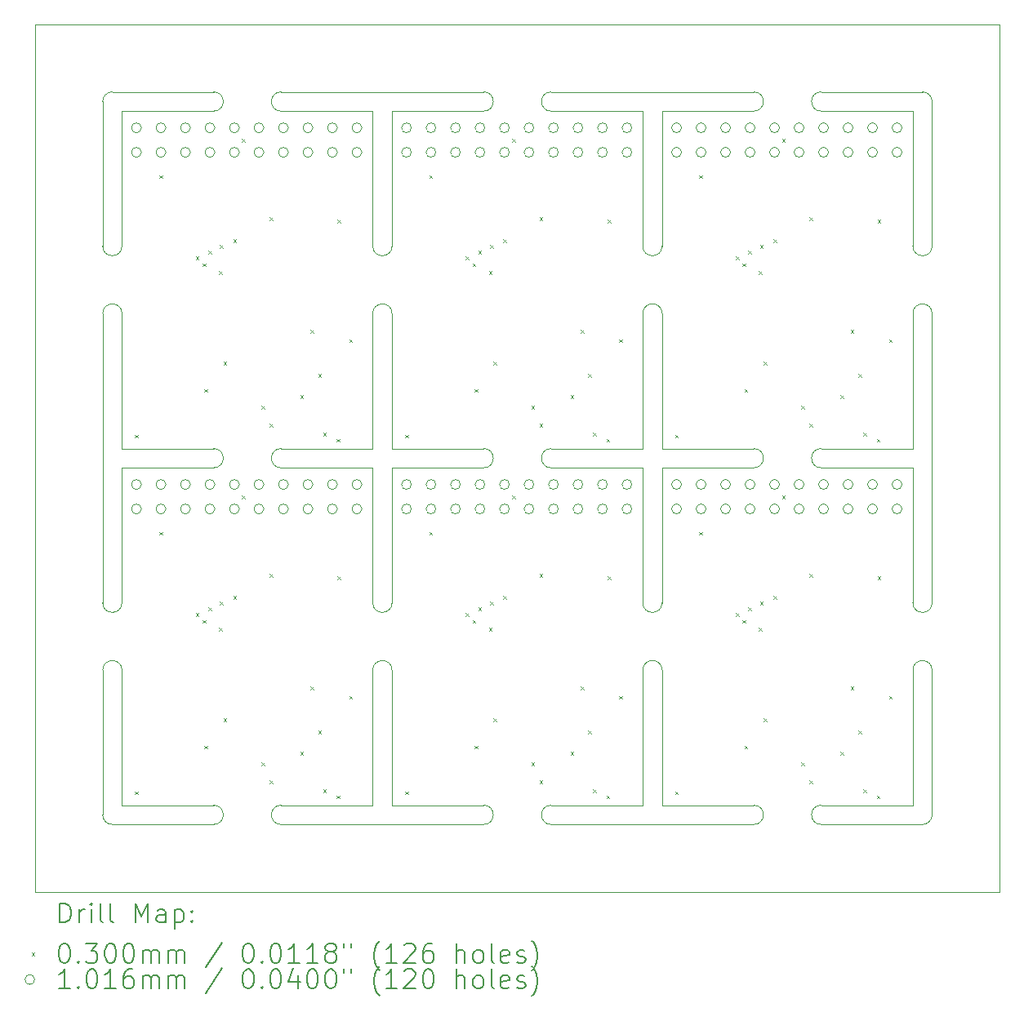
<source format=gbr>
%TF.GenerationSoftware,KiCad,Pcbnew,8.0.8*%
%TF.CreationDate,2025-02-10T00:15:04+01:00*%
%TF.ProjectId,opl3module,6f706c33-6d6f-4647-956c-652e6b696361,1.2*%
%TF.SameCoordinates,Original*%
%TF.FileFunction,Drillmap*%
%TF.FilePolarity,Positive*%
%FSLAX45Y45*%
G04 Gerber Fmt 4.5, Leading zero omitted, Abs format (unit mm)*
G04 Created by KiCad (PCBNEW 8.0.8) date 2025-02-10 00:15:04*
%MOMM*%
%LPD*%
G01*
G04 APERTURE LIST*
%ADD10C,0.100000*%
%ADD11C,0.200000*%
%ADD12C,0.101600*%
G04 APERTURE END LIST*
D10*
X5350000Y-8100000D02*
X6300000Y-8100000D01*
X700000Y-6700000D02*
X700000Y-8200000D01*
X1850000Y-700000D02*
X800000Y-700000D01*
X6500000Y-900000D02*
X7450000Y-900000D01*
X10000000Y0D02*
X10000000Y-9000000D01*
X8150000Y-4600000D02*
X9100000Y-4600000D01*
X800000Y-8300000D02*
X1850000Y-8300000D01*
X9300000Y-8200000D02*
X9300000Y-6700000D01*
X6500000Y-6000000D02*
X6500000Y-4600000D01*
X10000000Y-9000000D02*
X0Y-9000000D01*
X2550000Y-4400000D02*
X3500000Y-4400000D01*
X7450000Y-4400000D02*
X6500000Y-4400000D01*
X3700000Y-6700000D02*
X3700000Y-8100000D01*
X9100000Y-6700000D02*
X9100000Y-8100000D01*
X900000Y-4600000D02*
X1850000Y-4600000D01*
X9300000Y-6000000D02*
X9300000Y-3000000D01*
X6500000Y-4600000D02*
X7450000Y-4600000D01*
X3700000Y-6000000D02*
X3700000Y-4600000D01*
X6300000Y-4600000D02*
X6300000Y-6000000D01*
X6500000Y-6700000D02*
X6500000Y-8100000D01*
X7450000Y-700000D02*
X5350000Y-700000D01*
X4650000Y-8100000D02*
X3700000Y-8100000D01*
X5350000Y-4600000D02*
X6300000Y-4600000D01*
X6300000Y-6700000D02*
X6300000Y-8100000D01*
X2550000Y-4600000D02*
X3500000Y-4600000D01*
X6300000Y-900000D02*
X6300000Y-2300000D01*
X700000Y-800000D02*
X700000Y-2300000D01*
X8150000Y-8100000D02*
X9100000Y-8100000D01*
X3700000Y-4600000D02*
X4650000Y-4600000D01*
X3500000Y-900000D02*
X3500000Y-2300000D01*
X1850000Y-8100000D02*
X900000Y-8100000D01*
X3500000Y-3000000D02*
X3500000Y-4400000D01*
X3700000Y-900000D02*
X4650000Y-900000D01*
X9100000Y-3000000D02*
X9100000Y-4400000D01*
X7450000Y-8100000D02*
X6500000Y-8100000D01*
X3500000Y-4600000D02*
X3500000Y-6000000D01*
X8150000Y-4400000D02*
X9100000Y-4400000D01*
X6300000Y-3000000D02*
X6300000Y-4400000D01*
X6500000Y-3000000D02*
X6500000Y-4400000D01*
X2550000Y-8100000D02*
X3500000Y-8100000D01*
X4650000Y-700000D02*
X2550000Y-700000D01*
X9200000Y-700000D02*
X8150000Y-700000D01*
X5350000Y-8300000D02*
X7450000Y-8300000D01*
X8150000Y-8300000D02*
X9200000Y-8300000D01*
X9100000Y-900000D02*
X9100000Y-2300000D01*
X5350000Y-4400000D02*
X6300000Y-4400000D01*
X1850000Y-4400000D02*
X900000Y-4400000D01*
X9100000Y-4600000D02*
X9100000Y-6000000D01*
X2550000Y-900000D02*
X3500000Y-900000D01*
X3700000Y-2300000D02*
X3700000Y-900000D01*
X9300000Y-2300000D02*
X9300000Y-800000D01*
X5350000Y-900000D02*
X6300000Y-900000D01*
X900000Y-6000000D02*
X900000Y-4600000D01*
X3700000Y-3000000D02*
X3700000Y-4400000D01*
X900000Y-900000D02*
X1850000Y-900000D01*
X2550000Y-8300000D02*
X4650000Y-8300000D01*
X0Y0D02*
X0Y-9000000D01*
X4650000Y-4400000D02*
X3700000Y-4400000D01*
X900000Y-3000000D02*
X900000Y-4400000D01*
X6500000Y-2300000D02*
X6500000Y-900000D01*
X3500000Y-6700000D02*
X3500000Y-8100000D01*
X900000Y-6700000D02*
X900000Y-8100000D01*
X10000000Y0D02*
X0Y0D01*
X8150000Y-900000D02*
X9100000Y-900000D01*
X700000Y-3000000D02*
X700000Y-6000000D01*
X900000Y-2300000D02*
X900000Y-900000D01*
X9300000Y-8200000D02*
G75*
G02*
X9200000Y-8300000I-100000J0D01*
G01*
X9100000Y-3000000D02*
G75*
G02*
X9300000Y-3000000I100000J0D01*
G01*
X9300000Y-2300000D02*
G75*
G02*
X9100000Y-2300000I-100000J0D01*
G01*
X7450000Y-8100000D02*
G75*
G02*
X7450000Y-8300000I0J-100000D01*
G01*
X8150000Y-8300000D02*
G75*
G02*
X8150000Y-8100000I0J100000D01*
G01*
X6300000Y-6700000D02*
G75*
G02*
X6500000Y-6700000I100000J0D01*
G01*
X6500000Y-6000000D02*
G75*
G02*
X6300000Y-6000000I-100000J0D01*
G01*
X7450000Y-700000D02*
G75*
G02*
X7450000Y-900000I0J-100000D01*
G01*
X8150000Y-900000D02*
G75*
G02*
X8150000Y-700000I0J100000D01*
G01*
X700000Y-6700000D02*
G75*
G02*
X900000Y-6700000I100000J0D01*
G01*
X900000Y-6000000D02*
G75*
G02*
X700000Y-6000000I-100000J0D01*
G01*
X800000Y-8300000D02*
G75*
G02*
X700000Y-8200000I0J100000D01*
G01*
X1850000Y-4400000D02*
G75*
G02*
X1850000Y-4600000I0J-100000D01*
G01*
X2550000Y-4600000D02*
G75*
G02*
X2550000Y-4400000I0J100000D01*
G01*
X3500000Y-3000000D02*
G75*
G02*
X3700000Y-3000000I100000J0D01*
G01*
X3700000Y-2300000D02*
G75*
G02*
X3500000Y-2300000I-100000J0D01*
G01*
X4650000Y-4400000D02*
G75*
G02*
X4650000Y-4600000I0J-100000D01*
G01*
X5350000Y-4600000D02*
G75*
G02*
X5350000Y-4400000I0J100000D01*
G01*
X9200000Y-700000D02*
G75*
G02*
X9300000Y-800000I0J-100000D01*
G01*
X700000Y-3000000D02*
G75*
G02*
X900000Y-3000000I100000J0D01*
G01*
X900000Y-2300000D02*
G75*
G02*
X700000Y-2300000I-100000J0D01*
G01*
X7450000Y-4400000D02*
G75*
G02*
X7450000Y-4600000I0J-100000D01*
G01*
X8150000Y-4600000D02*
G75*
G02*
X8150000Y-4400000I0J100000D01*
G01*
X9100000Y-6700000D02*
G75*
G02*
X9300000Y-6700000I100000J0D01*
G01*
X9300000Y-6000000D02*
G75*
G02*
X9100000Y-6000000I-100000J0D01*
G01*
X700000Y-800000D02*
G75*
G02*
X800000Y-700000I100000J0D01*
G01*
X3500000Y-6700000D02*
G75*
G02*
X3700000Y-6700000I100000J0D01*
G01*
X3700000Y-6000000D02*
G75*
G02*
X3500000Y-6000000I-100000J0D01*
G01*
X4650000Y-700000D02*
G75*
G02*
X4650000Y-900000I0J-100000D01*
G01*
X5350000Y-900000D02*
G75*
G02*
X5350000Y-700000I0J100000D01*
G01*
X1850000Y-700000D02*
G75*
G02*
X1850000Y-900000I0J-100000D01*
G01*
X2550000Y-900000D02*
G75*
G02*
X2550000Y-700000I0J100000D01*
G01*
X1850000Y-8100000D02*
G75*
G02*
X1850000Y-8300000I0J-100000D01*
G01*
X2550000Y-8300000D02*
G75*
G02*
X2550000Y-8100000I0J100000D01*
G01*
X4650000Y-8100000D02*
G75*
G02*
X4650000Y-8300000I0J-100000D01*
G01*
X5350000Y-8300000D02*
G75*
G02*
X5350000Y-8100000I0J100000D01*
G01*
X6300000Y-3000000D02*
G75*
G02*
X6500000Y-3000000I100000J0D01*
G01*
X6500000Y-2300000D02*
G75*
G02*
X6300000Y-2300000I-100000J0D01*
G01*
D11*
D10*
X1035000Y-4258000D02*
X1065000Y-4288000D01*
X1065000Y-4258000D02*
X1035000Y-4288000D01*
X1035000Y-7958000D02*
X1065000Y-7988000D01*
X1065000Y-7958000D02*
X1035000Y-7988000D01*
X1286500Y-1564500D02*
X1316500Y-1594500D01*
X1316500Y-1564500D02*
X1286500Y-1594500D01*
X1286500Y-5264500D02*
X1316500Y-5294500D01*
X1316500Y-5264500D02*
X1286500Y-5294500D01*
X1665000Y-2408000D02*
X1695000Y-2438000D01*
X1695000Y-2408000D02*
X1665000Y-2438000D01*
X1665000Y-6108000D02*
X1695000Y-6138000D01*
X1695000Y-6108000D02*
X1665000Y-6138000D01*
X1735000Y-2478000D02*
X1765000Y-2508000D01*
X1765000Y-2478000D02*
X1735000Y-2508000D01*
X1735000Y-6178000D02*
X1765000Y-6208000D01*
X1765000Y-6178000D02*
X1735000Y-6208000D01*
X1755000Y-3785000D02*
X1785000Y-3815000D01*
X1785000Y-3785000D02*
X1755000Y-3815000D01*
X1755000Y-7485000D02*
X1785000Y-7515000D01*
X1785000Y-7485000D02*
X1755000Y-7515000D01*
X1795000Y-2348000D02*
X1825000Y-2378000D01*
X1825000Y-2348000D02*
X1795000Y-2378000D01*
X1795000Y-6048000D02*
X1825000Y-6078000D01*
X1825000Y-6048000D02*
X1795000Y-6078000D01*
X1905000Y-2558000D02*
X1935000Y-2588000D01*
X1935000Y-2558000D02*
X1905000Y-2588000D01*
X1905000Y-6258000D02*
X1935000Y-6288000D01*
X1935000Y-6258000D02*
X1905000Y-6288000D01*
X1915000Y-2288000D02*
X1945000Y-2318000D01*
X1945000Y-2288000D02*
X1915000Y-2318000D01*
X1915000Y-5988000D02*
X1945000Y-6018000D01*
X1945000Y-5988000D02*
X1915000Y-6018000D01*
X1952500Y-3500000D02*
X1982500Y-3530000D01*
X1982500Y-3500000D02*
X1952500Y-3530000D01*
X1952500Y-7200000D02*
X1982500Y-7230000D01*
X1982500Y-7200000D02*
X1952500Y-7230000D01*
X2055000Y-2228000D02*
X2085000Y-2258000D01*
X2085000Y-2228000D02*
X2055000Y-2258000D01*
X2055000Y-5928000D02*
X2085000Y-5958000D01*
X2085000Y-5928000D02*
X2055000Y-5958000D01*
X2145000Y-1188000D02*
X2175000Y-1218000D01*
X2175000Y-1188000D02*
X2145000Y-1218000D01*
X2145000Y-4888000D02*
X2175000Y-4918000D01*
X2175000Y-4888000D02*
X2145000Y-4918000D01*
X2345000Y-3955000D02*
X2375000Y-3985000D01*
X2375000Y-3955000D02*
X2345000Y-3985000D01*
X2345000Y-7655000D02*
X2375000Y-7685000D01*
X2375000Y-7655000D02*
X2345000Y-7685000D01*
X2429500Y-2002430D02*
X2459500Y-2032430D01*
X2459500Y-2002430D02*
X2429500Y-2032430D01*
X2429500Y-5702430D02*
X2459500Y-5732430D01*
X2459500Y-5702430D02*
X2429500Y-5732430D01*
X2430000Y-4145000D02*
X2460000Y-4175000D01*
X2460000Y-4145000D02*
X2430000Y-4175000D01*
X2430000Y-7845000D02*
X2460000Y-7875000D01*
X2460000Y-7845000D02*
X2430000Y-7875000D01*
X2750000Y-3845000D02*
X2780000Y-3875000D01*
X2780000Y-3845000D02*
X2750000Y-3875000D01*
X2750000Y-7545000D02*
X2780000Y-7575000D01*
X2780000Y-7545000D02*
X2750000Y-7575000D01*
X2855000Y-3168500D02*
X2885000Y-3198500D01*
X2885000Y-3168500D02*
X2855000Y-3198500D01*
X2855000Y-6868500D02*
X2885000Y-6898500D01*
X2885000Y-6868500D02*
X2855000Y-6898500D01*
X2935000Y-3625000D02*
X2965000Y-3655000D01*
X2965000Y-3625000D02*
X2935000Y-3655000D01*
X2935000Y-7325000D02*
X2965000Y-7355000D01*
X2965000Y-7325000D02*
X2935000Y-7355000D01*
X2985000Y-4235000D02*
X3015000Y-4265000D01*
X3015000Y-4235000D02*
X2985000Y-4265000D01*
X2985000Y-7935000D02*
X3015000Y-7965000D01*
X3015000Y-7935000D02*
X2985000Y-7965000D01*
X3125000Y-4298500D02*
X3155000Y-4328500D01*
X3155000Y-4298500D02*
X3125000Y-4328500D01*
X3125000Y-7998500D02*
X3155000Y-8028500D01*
X3155000Y-7998500D02*
X3125000Y-8028500D01*
X3135000Y-2028000D02*
X3165000Y-2058000D01*
X3165000Y-2028000D02*
X3135000Y-2058000D01*
X3135000Y-5728000D02*
X3165000Y-5758000D01*
X3165000Y-5728000D02*
X3135000Y-5758000D01*
X3255000Y-3268500D02*
X3285000Y-3298500D01*
X3285000Y-3268500D02*
X3255000Y-3298500D01*
X3255000Y-6968500D02*
X3285000Y-6998500D01*
X3285000Y-6968500D02*
X3255000Y-6998500D01*
X3835000Y-4258000D02*
X3865000Y-4288000D01*
X3865000Y-4258000D02*
X3835000Y-4288000D01*
X3835000Y-7958000D02*
X3865000Y-7988000D01*
X3865000Y-7958000D02*
X3835000Y-7988000D01*
X4086500Y-1564500D02*
X4116500Y-1594500D01*
X4116500Y-1564500D02*
X4086500Y-1594500D01*
X4086500Y-5264500D02*
X4116500Y-5294500D01*
X4116500Y-5264500D02*
X4086500Y-5294500D01*
X4465000Y-2408000D02*
X4495000Y-2438000D01*
X4495000Y-2408000D02*
X4465000Y-2438000D01*
X4465000Y-6108000D02*
X4495000Y-6138000D01*
X4495000Y-6108000D02*
X4465000Y-6138000D01*
X4535000Y-2478000D02*
X4565000Y-2508000D01*
X4565000Y-2478000D02*
X4535000Y-2508000D01*
X4535000Y-6178000D02*
X4565000Y-6208000D01*
X4565000Y-6178000D02*
X4535000Y-6208000D01*
X4555000Y-3785000D02*
X4585000Y-3815000D01*
X4585000Y-3785000D02*
X4555000Y-3815000D01*
X4555000Y-7485000D02*
X4585000Y-7515000D01*
X4585000Y-7485000D02*
X4555000Y-7515000D01*
X4595000Y-2348000D02*
X4625000Y-2378000D01*
X4625000Y-2348000D02*
X4595000Y-2378000D01*
X4595000Y-6048000D02*
X4625000Y-6078000D01*
X4625000Y-6048000D02*
X4595000Y-6078000D01*
X4705000Y-2558000D02*
X4735000Y-2588000D01*
X4735000Y-2558000D02*
X4705000Y-2588000D01*
X4705000Y-6258000D02*
X4735000Y-6288000D01*
X4735000Y-6258000D02*
X4705000Y-6288000D01*
X4715000Y-2288000D02*
X4745000Y-2318000D01*
X4745000Y-2288000D02*
X4715000Y-2318000D01*
X4715000Y-5988000D02*
X4745000Y-6018000D01*
X4745000Y-5988000D02*
X4715000Y-6018000D01*
X4752500Y-3500000D02*
X4782500Y-3530000D01*
X4782500Y-3500000D02*
X4752500Y-3530000D01*
X4752500Y-7200000D02*
X4782500Y-7230000D01*
X4782500Y-7200000D02*
X4752500Y-7230000D01*
X4855000Y-2228000D02*
X4885000Y-2258000D01*
X4885000Y-2228000D02*
X4855000Y-2258000D01*
X4855000Y-5928000D02*
X4885000Y-5958000D01*
X4885000Y-5928000D02*
X4855000Y-5958000D01*
X4945000Y-1188000D02*
X4975000Y-1218000D01*
X4975000Y-1188000D02*
X4945000Y-1218000D01*
X4945000Y-4888000D02*
X4975000Y-4918000D01*
X4975000Y-4888000D02*
X4945000Y-4918000D01*
X5145000Y-3955000D02*
X5175000Y-3985000D01*
X5175000Y-3955000D02*
X5145000Y-3985000D01*
X5145000Y-7655000D02*
X5175000Y-7685000D01*
X5175000Y-7655000D02*
X5145000Y-7685000D01*
X5229500Y-2002430D02*
X5259500Y-2032430D01*
X5259500Y-2002430D02*
X5229500Y-2032430D01*
X5229500Y-5702430D02*
X5259500Y-5732430D01*
X5259500Y-5702430D02*
X5229500Y-5732430D01*
X5230000Y-4145000D02*
X5260000Y-4175000D01*
X5260000Y-4145000D02*
X5230000Y-4175000D01*
X5230000Y-7845000D02*
X5260000Y-7875000D01*
X5260000Y-7845000D02*
X5230000Y-7875000D01*
X5550000Y-3845000D02*
X5580000Y-3875000D01*
X5580000Y-3845000D02*
X5550000Y-3875000D01*
X5550000Y-7545000D02*
X5580000Y-7575000D01*
X5580000Y-7545000D02*
X5550000Y-7575000D01*
X5655000Y-3168500D02*
X5685000Y-3198500D01*
X5685000Y-3168500D02*
X5655000Y-3198500D01*
X5655000Y-6868500D02*
X5685000Y-6898500D01*
X5685000Y-6868500D02*
X5655000Y-6898500D01*
X5735000Y-3625000D02*
X5765000Y-3655000D01*
X5765000Y-3625000D02*
X5735000Y-3655000D01*
X5735000Y-7325000D02*
X5765000Y-7355000D01*
X5765000Y-7325000D02*
X5735000Y-7355000D01*
X5785000Y-4235000D02*
X5815000Y-4265000D01*
X5815000Y-4235000D02*
X5785000Y-4265000D01*
X5785000Y-7935000D02*
X5815000Y-7965000D01*
X5815000Y-7935000D02*
X5785000Y-7965000D01*
X5925000Y-4298500D02*
X5955000Y-4328500D01*
X5955000Y-4298500D02*
X5925000Y-4328500D01*
X5925000Y-7998500D02*
X5955000Y-8028500D01*
X5955000Y-7998500D02*
X5925000Y-8028500D01*
X5935000Y-2028000D02*
X5965000Y-2058000D01*
X5965000Y-2028000D02*
X5935000Y-2058000D01*
X5935000Y-5728000D02*
X5965000Y-5758000D01*
X5965000Y-5728000D02*
X5935000Y-5758000D01*
X6055000Y-3268500D02*
X6085000Y-3298500D01*
X6085000Y-3268500D02*
X6055000Y-3298500D01*
X6055000Y-6968500D02*
X6085000Y-6998500D01*
X6085000Y-6968500D02*
X6055000Y-6998500D01*
X6635000Y-4258000D02*
X6665000Y-4288000D01*
X6665000Y-4258000D02*
X6635000Y-4288000D01*
X6635000Y-7958000D02*
X6665000Y-7988000D01*
X6665000Y-7958000D02*
X6635000Y-7988000D01*
X6886500Y-1564500D02*
X6916500Y-1594500D01*
X6916500Y-1564500D02*
X6886500Y-1594500D01*
X6886500Y-5264500D02*
X6916500Y-5294500D01*
X6916500Y-5264500D02*
X6886500Y-5294500D01*
X7265000Y-2408000D02*
X7295000Y-2438000D01*
X7295000Y-2408000D02*
X7265000Y-2438000D01*
X7265000Y-6108000D02*
X7295000Y-6138000D01*
X7295000Y-6108000D02*
X7265000Y-6138000D01*
X7335000Y-2478000D02*
X7365000Y-2508000D01*
X7365000Y-2478000D02*
X7335000Y-2508000D01*
X7335000Y-6178000D02*
X7365000Y-6208000D01*
X7365000Y-6178000D02*
X7335000Y-6208000D01*
X7355000Y-3785000D02*
X7385000Y-3815000D01*
X7385000Y-3785000D02*
X7355000Y-3815000D01*
X7355000Y-7485000D02*
X7385000Y-7515000D01*
X7385000Y-7485000D02*
X7355000Y-7515000D01*
X7395000Y-2348000D02*
X7425000Y-2378000D01*
X7425000Y-2348000D02*
X7395000Y-2378000D01*
X7395000Y-6048000D02*
X7425000Y-6078000D01*
X7425000Y-6048000D02*
X7395000Y-6078000D01*
X7505000Y-2558000D02*
X7535000Y-2588000D01*
X7535000Y-2558000D02*
X7505000Y-2588000D01*
X7505000Y-6258000D02*
X7535000Y-6288000D01*
X7535000Y-6258000D02*
X7505000Y-6288000D01*
X7515000Y-2288000D02*
X7545000Y-2318000D01*
X7545000Y-2288000D02*
X7515000Y-2318000D01*
X7515000Y-5988000D02*
X7545000Y-6018000D01*
X7545000Y-5988000D02*
X7515000Y-6018000D01*
X7552500Y-3500000D02*
X7582500Y-3530000D01*
X7582500Y-3500000D02*
X7552500Y-3530000D01*
X7552500Y-7200000D02*
X7582500Y-7230000D01*
X7582500Y-7200000D02*
X7552500Y-7230000D01*
X7655000Y-2228000D02*
X7685000Y-2258000D01*
X7685000Y-2228000D02*
X7655000Y-2258000D01*
X7655000Y-5928000D02*
X7685000Y-5958000D01*
X7685000Y-5928000D02*
X7655000Y-5958000D01*
X7745000Y-1188000D02*
X7775000Y-1218000D01*
X7775000Y-1188000D02*
X7745000Y-1218000D01*
X7745000Y-4888000D02*
X7775000Y-4918000D01*
X7775000Y-4888000D02*
X7745000Y-4918000D01*
X7945000Y-3955000D02*
X7975000Y-3985000D01*
X7975000Y-3955000D02*
X7945000Y-3985000D01*
X7945000Y-7655000D02*
X7975000Y-7685000D01*
X7975000Y-7655000D02*
X7945000Y-7685000D01*
X8029500Y-2002430D02*
X8059500Y-2032430D01*
X8059500Y-2002430D02*
X8029500Y-2032430D01*
X8029500Y-5702430D02*
X8059500Y-5732430D01*
X8059500Y-5702430D02*
X8029500Y-5732430D01*
X8030000Y-4145000D02*
X8060000Y-4175000D01*
X8060000Y-4145000D02*
X8030000Y-4175000D01*
X8030000Y-7845000D02*
X8060000Y-7875000D01*
X8060000Y-7845000D02*
X8030000Y-7875000D01*
X8350000Y-3845000D02*
X8380000Y-3875000D01*
X8380000Y-3845000D02*
X8350000Y-3875000D01*
X8350000Y-7545000D02*
X8380000Y-7575000D01*
X8380000Y-7545000D02*
X8350000Y-7575000D01*
X8455000Y-3168500D02*
X8485000Y-3198500D01*
X8485000Y-3168500D02*
X8455000Y-3198500D01*
X8455000Y-6868500D02*
X8485000Y-6898500D01*
X8485000Y-6868500D02*
X8455000Y-6898500D01*
X8535000Y-3625000D02*
X8565000Y-3655000D01*
X8565000Y-3625000D02*
X8535000Y-3655000D01*
X8535000Y-7325000D02*
X8565000Y-7355000D01*
X8565000Y-7325000D02*
X8535000Y-7355000D01*
X8585000Y-4235000D02*
X8615000Y-4265000D01*
X8615000Y-4235000D02*
X8585000Y-4265000D01*
X8585000Y-7935000D02*
X8615000Y-7965000D01*
X8615000Y-7935000D02*
X8585000Y-7965000D01*
X8725000Y-4298500D02*
X8755000Y-4328500D01*
X8755000Y-4298500D02*
X8725000Y-4328500D01*
X8725000Y-7998500D02*
X8755000Y-8028500D01*
X8755000Y-7998500D02*
X8725000Y-8028500D01*
X8735000Y-2028000D02*
X8765000Y-2058000D01*
X8765000Y-2028000D02*
X8735000Y-2058000D01*
X8735000Y-5728000D02*
X8765000Y-5758000D01*
X8765000Y-5728000D02*
X8735000Y-5758000D01*
X8855000Y-3268500D02*
X8885000Y-3298500D01*
X8885000Y-3268500D02*
X8855000Y-3298500D01*
X8855000Y-6968500D02*
X8885000Y-6998500D01*
X8885000Y-6968500D02*
X8855000Y-6998500D01*
D12*
X1100800Y-1073000D02*
G75*
G02*
X999200Y-1073000I-50800J0D01*
G01*
X999200Y-1073000D02*
G75*
G02*
X1100800Y-1073000I50800J0D01*
G01*
X1100800Y-1327000D02*
G75*
G02*
X999200Y-1327000I-50800J0D01*
G01*
X999200Y-1327000D02*
G75*
G02*
X1100800Y-1327000I50800J0D01*
G01*
X1100800Y-4773000D02*
G75*
G02*
X999200Y-4773000I-50800J0D01*
G01*
X999200Y-4773000D02*
G75*
G02*
X1100800Y-4773000I50800J0D01*
G01*
X1100800Y-5027000D02*
G75*
G02*
X999200Y-5027000I-50800J0D01*
G01*
X999200Y-5027000D02*
G75*
G02*
X1100800Y-5027000I50800J0D01*
G01*
X1354800Y-1073000D02*
G75*
G02*
X1253200Y-1073000I-50800J0D01*
G01*
X1253200Y-1073000D02*
G75*
G02*
X1354800Y-1073000I50800J0D01*
G01*
X1354800Y-1327000D02*
G75*
G02*
X1253200Y-1327000I-50800J0D01*
G01*
X1253200Y-1327000D02*
G75*
G02*
X1354800Y-1327000I50800J0D01*
G01*
X1354800Y-4773000D02*
G75*
G02*
X1253200Y-4773000I-50800J0D01*
G01*
X1253200Y-4773000D02*
G75*
G02*
X1354800Y-4773000I50800J0D01*
G01*
X1354800Y-5027000D02*
G75*
G02*
X1253200Y-5027000I-50800J0D01*
G01*
X1253200Y-5027000D02*
G75*
G02*
X1354800Y-5027000I50800J0D01*
G01*
X1608800Y-1073000D02*
G75*
G02*
X1507200Y-1073000I-50800J0D01*
G01*
X1507200Y-1073000D02*
G75*
G02*
X1608800Y-1073000I50800J0D01*
G01*
X1608800Y-1327000D02*
G75*
G02*
X1507200Y-1327000I-50800J0D01*
G01*
X1507200Y-1327000D02*
G75*
G02*
X1608800Y-1327000I50800J0D01*
G01*
X1608800Y-4773000D02*
G75*
G02*
X1507200Y-4773000I-50800J0D01*
G01*
X1507200Y-4773000D02*
G75*
G02*
X1608800Y-4773000I50800J0D01*
G01*
X1608800Y-5027000D02*
G75*
G02*
X1507200Y-5027000I-50800J0D01*
G01*
X1507200Y-5027000D02*
G75*
G02*
X1608800Y-5027000I50800J0D01*
G01*
X1862800Y-1073000D02*
G75*
G02*
X1761200Y-1073000I-50800J0D01*
G01*
X1761200Y-1073000D02*
G75*
G02*
X1862800Y-1073000I50800J0D01*
G01*
X1862800Y-1327000D02*
G75*
G02*
X1761200Y-1327000I-50800J0D01*
G01*
X1761200Y-1327000D02*
G75*
G02*
X1862800Y-1327000I50800J0D01*
G01*
X1862800Y-4773000D02*
G75*
G02*
X1761200Y-4773000I-50800J0D01*
G01*
X1761200Y-4773000D02*
G75*
G02*
X1862800Y-4773000I50800J0D01*
G01*
X1862800Y-5027000D02*
G75*
G02*
X1761200Y-5027000I-50800J0D01*
G01*
X1761200Y-5027000D02*
G75*
G02*
X1862800Y-5027000I50800J0D01*
G01*
X2116800Y-1073000D02*
G75*
G02*
X2015200Y-1073000I-50800J0D01*
G01*
X2015200Y-1073000D02*
G75*
G02*
X2116800Y-1073000I50800J0D01*
G01*
X2116800Y-1327000D02*
G75*
G02*
X2015200Y-1327000I-50800J0D01*
G01*
X2015200Y-1327000D02*
G75*
G02*
X2116800Y-1327000I50800J0D01*
G01*
X2116800Y-4773000D02*
G75*
G02*
X2015200Y-4773000I-50800J0D01*
G01*
X2015200Y-4773000D02*
G75*
G02*
X2116800Y-4773000I50800J0D01*
G01*
X2116800Y-5027000D02*
G75*
G02*
X2015200Y-5027000I-50800J0D01*
G01*
X2015200Y-5027000D02*
G75*
G02*
X2116800Y-5027000I50800J0D01*
G01*
X2370800Y-1073000D02*
G75*
G02*
X2269200Y-1073000I-50800J0D01*
G01*
X2269200Y-1073000D02*
G75*
G02*
X2370800Y-1073000I50800J0D01*
G01*
X2370800Y-1327000D02*
G75*
G02*
X2269200Y-1327000I-50800J0D01*
G01*
X2269200Y-1327000D02*
G75*
G02*
X2370800Y-1327000I50800J0D01*
G01*
X2370800Y-4773000D02*
G75*
G02*
X2269200Y-4773000I-50800J0D01*
G01*
X2269200Y-4773000D02*
G75*
G02*
X2370800Y-4773000I50800J0D01*
G01*
X2370800Y-5027000D02*
G75*
G02*
X2269200Y-5027000I-50800J0D01*
G01*
X2269200Y-5027000D02*
G75*
G02*
X2370800Y-5027000I50800J0D01*
G01*
X2624800Y-1073000D02*
G75*
G02*
X2523200Y-1073000I-50800J0D01*
G01*
X2523200Y-1073000D02*
G75*
G02*
X2624800Y-1073000I50800J0D01*
G01*
X2624800Y-1327000D02*
G75*
G02*
X2523200Y-1327000I-50800J0D01*
G01*
X2523200Y-1327000D02*
G75*
G02*
X2624800Y-1327000I50800J0D01*
G01*
X2624800Y-4773000D02*
G75*
G02*
X2523200Y-4773000I-50800J0D01*
G01*
X2523200Y-4773000D02*
G75*
G02*
X2624800Y-4773000I50800J0D01*
G01*
X2624800Y-5027000D02*
G75*
G02*
X2523200Y-5027000I-50800J0D01*
G01*
X2523200Y-5027000D02*
G75*
G02*
X2624800Y-5027000I50800J0D01*
G01*
X2878800Y-1073000D02*
G75*
G02*
X2777200Y-1073000I-50800J0D01*
G01*
X2777200Y-1073000D02*
G75*
G02*
X2878800Y-1073000I50800J0D01*
G01*
X2878800Y-1327000D02*
G75*
G02*
X2777200Y-1327000I-50800J0D01*
G01*
X2777200Y-1327000D02*
G75*
G02*
X2878800Y-1327000I50800J0D01*
G01*
X2878800Y-4773000D02*
G75*
G02*
X2777200Y-4773000I-50800J0D01*
G01*
X2777200Y-4773000D02*
G75*
G02*
X2878800Y-4773000I50800J0D01*
G01*
X2878800Y-5027000D02*
G75*
G02*
X2777200Y-5027000I-50800J0D01*
G01*
X2777200Y-5027000D02*
G75*
G02*
X2878800Y-5027000I50800J0D01*
G01*
X3132800Y-1073000D02*
G75*
G02*
X3031200Y-1073000I-50800J0D01*
G01*
X3031200Y-1073000D02*
G75*
G02*
X3132800Y-1073000I50800J0D01*
G01*
X3132800Y-1327000D02*
G75*
G02*
X3031200Y-1327000I-50800J0D01*
G01*
X3031200Y-1327000D02*
G75*
G02*
X3132800Y-1327000I50800J0D01*
G01*
X3132800Y-4773000D02*
G75*
G02*
X3031200Y-4773000I-50800J0D01*
G01*
X3031200Y-4773000D02*
G75*
G02*
X3132800Y-4773000I50800J0D01*
G01*
X3132800Y-5027000D02*
G75*
G02*
X3031200Y-5027000I-50800J0D01*
G01*
X3031200Y-5027000D02*
G75*
G02*
X3132800Y-5027000I50800J0D01*
G01*
X3386800Y-1073000D02*
G75*
G02*
X3285200Y-1073000I-50800J0D01*
G01*
X3285200Y-1073000D02*
G75*
G02*
X3386800Y-1073000I50800J0D01*
G01*
X3386800Y-1327000D02*
G75*
G02*
X3285200Y-1327000I-50800J0D01*
G01*
X3285200Y-1327000D02*
G75*
G02*
X3386800Y-1327000I50800J0D01*
G01*
X3386800Y-4773000D02*
G75*
G02*
X3285200Y-4773000I-50800J0D01*
G01*
X3285200Y-4773000D02*
G75*
G02*
X3386800Y-4773000I50800J0D01*
G01*
X3386800Y-5027000D02*
G75*
G02*
X3285200Y-5027000I-50800J0D01*
G01*
X3285200Y-5027000D02*
G75*
G02*
X3386800Y-5027000I50800J0D01*
G01*
X3900800Y-1073000D02*
G75*
G02*
X3799200Y-1073000I-50800J0D01*
G01*
X3799200Y-1073000D02*
G75*
G02*
X3900800Y-1073000I50800J0D01*
G01*
X3900800Y-1327000D02*
G75*
G02*
X3799200Y-1327000I-50800J0D01*
G01*
X3799200Y-1327000D02*
G75*
G02*
X3900800Y-1327000I50800J0D01*
G01*
X3900800Y-4773000D02*
G75*
G02*
X3799200Y-4773000I-50800J0D01*
G01*
X3799200Y-4773000D02*
G75*
G02*
X3900800Y-4773000I50800J0D01*
G01*
X3900800Y-5027000D02*
G75*
G02*
X3799200Y-5027000I-50800J0D01*
G01*
X3799200Y-5027000D02*
G75*
G02*
X3900800Y-5027000I50800J0D01*
G01*
X4154800Y-1073000D02*
G75*
G02*
X4053200Y-1073000I-50800J0D01*
G01*
X4053200Y-1073000D02*
G75*
G02*
X4154800Y-1073000I50800J0D01*
G01*
X4154800Y-1327000D02*
G75*
G02*
X4053200Y-1327000I-50800J0D01*
G01*
X4053200Y-1327000D02*
G75*
G02*
X4154800Y-1327000I50800J0D01*
G01*
X4154800Y-4773000D02*
G75*
G02*
X4053200Y-4773000I-50800J0D01*
G01*
X4053200Y-4773000D02*
G75*
G02*
X4154800Y-4773000I50800J0D01*
G01*
X4154800Y-5027000D02*
G75*
G02*
X4053200Y-5027000I-50800J0D01*
G01*
X4053200Y-5027000D02*
G75*
G02*
X4154800Y-5027000I50800J0D01*
G01*
X4408800Y-1073000D02*
G75*
G02*
X4307200Y-1073000I-50800J0D01*
G01*
X4307200Y-1073000D02*
G75*
G02*
X4408800Y-1073000I50800J0D01*
G01*
X4408800Y-1327000D02*
G75*
G02*
X4307200Y-1327000I-50800J0D01*
G01*
X4307200Y-1327000D02*
G75*
G02*
X4408800Y-1327000I50800J0D01*
G01*
X4408800Y-4773000D02*
G75*
G02*
X4307200Y-4773000I-50800J0D01*
G01*
X4307200Y-4773000D02*
G75*
G02*
X4408800Y-4773000I50800J0D01*
G01*
X4408800Y-5027000D02*
G75*
G02*
X4307200Y-5027000I-50800J0D01*
G01*
X4307200Y-5027000D02*
G75*
G02*
X4408800Y-5027000I50800J0D01*
G01*
X4662800Y-1073000D02*
G75*
G02*
X4561200Y-1073000I-50800J0D01*
G01*
X4561200Y-1073000D02*
G75*
G02*
X4662800Y-1073000I50800J0D01*
G01*
X4662800Y-1327000D02*
G75*
G02*
X4561200Y-1327000I-50800J0D01*
G01*
X4561200Y-1327000D02*
G75*
G02*
X4662800Y-1327000I50800J0D01*
G01*
X4662800Y-4773000D02*
G75*
G02*
X4561200Y-4773000I-50800J0D01*
G01*
X4561200Y-4773000D02*
G75*
G02*
X4662800Y-4773000I50800J0D01*
G01*
X4662800Y-5027000D02*
G75*
G02*
X4561200Y-5027000I-50800J0D01*
G01*
X4561200Y-5027000D02*
G75*
G02*
X4662800Y-5027000I50800J0D01*
G01*
X4916800Y-1073000D02*
G75*
G02*
X4815200Y-1073000I-50800J0D01*
G01*
X4815200Y-1073000D02*
G75*
G02*
X4916800Y-1073000I50800J0D01*
G01*
X4916800Y-1327000D02*
G75*
G02*
X4815200Y-1327000I-50800J0D01*
G01*
X4815200Y-1327000D02*
G75*
G02*
X4916800Y-1327000I50800J0D01*
G01*
X4916800Y-4773000D02*
G75*
G02*
X4815200Y-4773000I-50800J0D01*
G01*
X4815200Y-4773000D02*
G75*
G02*
X4916800Y-4773000I50800J0D01*
G01*
X4916800Y-5027000D02*
G75*
G02*
X4815200Y-5027000I-50800J0D01*
G01*
X4815200Y-5027000D02*
G75*
G02*
X4916800Y-5027000I50800J0D01*
G01*
X5170800Y-1073000D02*
G75*
G02*
X5069200Y-1073000I-50800J0D01*
G01*
X5069200Y-1073000D02*
G75*
G02*
X5170800Y-1073000I50800J0D01*
G01*
X5170800Y-1327000D02*
G75*
G02*
X5069200Y-1327000I-50800J0D01*
G01*
X5069200Y-1327000D02*
G75*
G02*
X5170800Y-1327000I50800J0D01*
G01*
X5170800Y-4773000D02*
G75*
G02*
X5069200Y-4773000I-50800J0D01*
G01*
X5069200Y-4773000D02*
G75*
G02*
X5170800Y-4773000I50800J0D01*
G01*
X5170800Y-5027000D02*
G75*
G02*
X5069200Y-5027000I-50800J0D01*
G01*
X5069200Y-5027000D02*
G75*
G02*
X5170800Y-5027000I50800J0D01*
G01*
X5424800Y-1073000D02*
G75*
G02*
X5323200Y-1073000I-50800J0D01*
G01*
X5323200Y-1073000D02*
G75*
G02*
X5424800Y-1073000I50800J0D01*
G01*
X5424800Y-1327000D02*
G75*
G02*
X5323200Y-1327000I-50800J0D01*
G01*
X5323200Y-1327000D02*
G75*
G02*
X5424800Y-1327000I50800J0D01*
G01*
X5424800Y-4773000D02*
G75*
G02*
X5323200Y-4773000I-50800J0D01*
G01*
X5323200Y-4773000D02*
G75*
G02*
X5424800Y-4773000I50800J0D01*
G01*
X5424800Y-5027000D02*
G75*
G02*
X5323200Y-5027000I-50800J0D01*
G01*
X5323200Y-5027000D02*
G75*
G02*
X5424800Y-5027000I50800J0D01*
G01*
X5678800Y-1073000D02*
G75*
G02*
X5577200Y-1073000I-50800J0D01*
G01*
X5577200Y-1073000D02*
G75*
G02*
X5678800Y-1073000I50800J0D01*
G01*
X5678800Y-1327000D02*
G75*
G02*
X5577200Y-1327000I-50800J0D01*
G01*
X5577200Y-1327000D02*
G75*
G02*
X5678800Y-1327000I50800J0D01*
G01*
X5678800Y-4773000D02*
G75*
G02*
X5577200Y-4773000I-50800J0D01*
G01*
X5577200Y-4773000D02*
G75*
G02*
X5678800Y-4773000I50800J0D01*
G01*
X5678800Y-5027000D02*
G75*
G02*
X5577200Y-5027000I-50800J0D01*
G01*
X5577200Y-5027000D02*
G75*
G02*
X5678800Y-5027000I50800J0D01*
G01*
X5932800Y-1073000D02*
G75*
G02*
X5831200Y-1073000I-50800J0D01*
G01*
X5831200Y-1073000D02*
G75*
G02*
X5932800Y-1073000I50800J0D01*
G01*
X5932800Y-1327000D02*
G75*
G02*
X5831200Y-1327000I-50800J0D01*
G01*
X5831200Y-1327000D02*
G75*
G02*
X5932800Y-1327000I50800J0D01*
G01*
X5932800Y-4773000D02*
G75*
G02*
X5831200Y-4773000I-50800J0D01*
G01*
X5831200Y-4773000D02*
G75*
G02*
X5932800Y-4773000I50800J0D01*
G01*
X5932800Y-5027000D02*
G75*
G02*
X5831200Y-5027000I-50800J0D01*
G01*
X5831200Y-5027000D02*
G75*
G02*
X5932800Y-5027000I50800J0D01*
G01*
X6186800Y-1073000D02*
G75*
G02*
X6085200Y-1073000I-50800J0D01*
G01*
X6085200Y-1073000D02*
G75*
G02*
X6186800Y-1073000I50800J0D01*
G01*
X6186800Y-1327000D02*
G75*
G02*
X6085200Y-1327000I-50800J0D01*
G01*
X6085200Y-1327000D02*
G75*
G02*
X6186800Y-1327000I50800J0D01*
G01*
X6186800Y-4773000D02*
G75*
G02*
X6085200Y-4773000I-50800J0D01*
G01*
X6085200Y-4773000D02*
G75*
G02*
X6186800Y-4773000I50800J0D01*
G01*
X6186800Y-5027000D02*
G75*
G02*
X6085200Y-5027000I-50800J0D01*
G01*
X6085200Y-5027000D02*
G75*
G02*
X6186800Y-5027000I50800J0D01*
G01*
X6700800Y-1073000D02*
G75*
G02*
X6599200Y-1073000I-50800J0D01*
G01*
X6599200Y-1073000D02*
G75*
G02*
X6700800Y-1073000I50800J0D01*
G01*
X6700800Y-1327000D02*
G75*
G02*
X6599200Y-1327000I-50800J0D01*
G01*
X6599200Y-1327000D02*
G75*
G02*
X6700800Y-1327000I50800J0D01*
G01*
X6700800Y-4773000D02*
G75*
G02*
X6599200Y-4773000I-50800J0D01*
G01*
X6599200Y-4773000D02*
G75*
G02*
X6700800Y-4773000I50800J0D01*
G01*
X6700800Y-5027000D02*
G75*
G02*
X6599200Y-5027000I-50800J0D01*
G01*
X6599200Y-5027000D02*
G75*
G02*
X6700800Y-5027000I50800J0D01*
G01*
X6954800Y-1073000D02*
G75*
G02*
X6853200Y-1073000I-50800J0D01*
G01*
X6853200Y-1073000D02*
G75*
G02*
X6954800Y-1073000I50800J0D01*
G01*
X6954800Y-1327000D02*
G75*
G02*
X6853200Y-1327000I-50800J0D01*
G01*
X6853200Y-1327000D02*
G75*
G02*
X6954800Y-1327000I50800J0D01*
G01*
X6954800Y-4773000D02*
G75*
G02*
X6853200Y-4773000I-50800J0D01*
G01*
X6853200Y-4773000D02*
G75*
G02*
X6954800Y-4773000I50800J0D01*
G01*
X6954800Y-5027000D02*
G75*
G02*
X6853200Y-5027000I-50800J0D01*
G01*
X6853200Y-5027000D02*
G75*
G02*
X6954800Y-5027000I50800J0D01*
G01*
X7208800Y-1073000D02*
G75*
G02*
X7107200Y-1073000I-50800J0D01*
G01*
X7107200Y-1073000D02*
G75*
G02*
X7208800Y-1073000I50800J0D01*
G01*
X7208800Y-1327000D02*
G75*
G02*
X7107200Y-1327000I-50800J0D01*
G01*
X7107200Y-1327000D02*
G75*
G02*
X7208800Y-1327000I50800J0D01*
G01*
X7208800Y-4773000D02*
G75*
G02*
X7107200Y-4773000I-50800J0D01*
G01*
X7107200Y-4773000D02*
G75*
G02*
X7208800Y-4773000I50800J0D01*
G01*
X7208800Y-5027000D02*
G75*
G02*
X7107200Y-5027000I-50800J0D01*
G01*
X7107200Y-5027000D02*
G75*
G02*
X7208800Y-5027000I50800J0D01*
G01*
X7462800Y-1073000D02*
G75*
G02*
X7361200Y-1073000I-50800J0D01*
G01*
X7361200Y-1073000D02*
G75*
G02*
X7462800Y-1073000I50800J0D01*
G01*
X7462800Y-1327000D02*
G75*
G02*
X7361200Y-1327000I-50800J0D01*
G01*
X7361200Y-1327000D02*
G75*
G02*
X7462800Y-1327000I50800J0D01*
G01*
X7462800Y-4773000D02*
G75*
G02*
X7361200Y-4773000I-50800J0D01*
G01*
X7361200Y-4773000D02*
G75*
G02*
X7462800Y-4773000I50800J0D01*
G01*
X7462800Y-5027000D02*
G75*
G02*
X7361200Y-5027000I-50800J0D01*
G01*
X7361200Y-5027000D02*
G75*
G02*
X7462800Y-5027000I50800J0D01*
G01*
X7716800Y-1073000D02*
G75*
G02*
X7615200Y-1073000I-50800J0D01*
G01*
X7615200Y-1073000D02*
G75*
G02*
X7716800Y-1073000I50800J0D01*
G01*
X7716800Y-1327000D02*
G75*
G02*
X7615200Y-1327000I-50800J0D01*
G01*
X7615200Y-1327000D02*
G75*
G02*
X7716800Y-1327000I50800J0D01*
G01*
X7716800Y-4773000D02*
G75*
G02*
X7615200Y-4773000I-50800J0D01*
G01*
X7615200Y-4773000D02*
G75*
G02*
X7716800Y-4773000I50800J0D01*
G01*
X7716800Y-5027000D02*
G75*
G02*
X7615200Y-5027000I-50800J0D01*
G01*
X7615200Y-5027000D02*
G75*
G02*
X7716800Y-5027000I50800J0D01*
G01*
X7970800Y-1073000D02*
G75*
G02*
X7869200Y-1073000I-50800J0D01*
G01*
X7869200Y-1073000D02*
G75*
G02*
X7970800Y-1073000I50800J0D01*
G01*
X7970800Y-1327000D02*
G75*
G02*
X7869200Y-1327000I-50800J0D01*
G01*
X7869200Y-1327000D02*
G75*
G02*
X7970800Y-1327000I50800J0D01*
G01*
X7970800Y-4773000D02*
G75*
G02*
X7869200Y-4773000I-50800J0D01*
G01*
X7869200Y-4773000D02*
G75*
G02*
X7970800Y-4773000I50800J0D01*
G01*
X7970800Y-5027000D02*
G75*
G02*
X7869200Y-5027000I-50800J0D01*
G01*
X7869200Y-5027000D02*
G75*
G02*
X7970800Y-5027000I50800J0D01*
G01*
X8224800Y-1073000D02*
G75*
G02*
X8123200Y-1073000I-50800J0D01*
G01*
X8123200Y-1073000D02*
G75*
G02*
X8224800Y-1073000I50800J0D01*
G01*
X8224800Y-1327000D02*
G75*
G02*
X8123200Y-1327000I-50800J0D01*
G01*
X8123200Y-1327000D02*
G75*
G02*
X8224800Y-1327000I50800J0D01*
G01*
X8224800Y-4773000D02*
G75*
G02*
X8123200Y-4773000I-50800J0D01*
G01*
X8123200Y-4773000D02*
G75*
G02*
X8224800Y-4773000I50800J0D01*
G01*
X8224800Y-5027000D02*
G75*
G02*
X8123200Y-5027000I-50800J0D01*
G01*
X8123200Y-5027000D02*
G75*
G02*
X8224800Y-5027000I50800J0D01*
G01*
X8478800Y-1073000D02*
G75*
G02*
X8377200Y-1073000I-50800J0D01*
G01*
X8377200Y-1073000D02*
G75*
G02*
X8478800Y-1073000I50800J0D01*
G01*
X8478800Y-1327000D02*
G75*
G02*
X8377200Y-1327000I-50800J0D01*
G01*
X8377200Y-1327000D02*
G75*
G02*
X8478800Y-1327000I50800J0D01*
G01*
X8478800Y-4773000D02*
G75*
G02*
X8377200Y-4773000I-50800J0D01*
G01*
X8377200Y-4773000D02*
G75*
G02*
X8478800Y-4773000I50800J0D01*
G01*
X8478800Y-5027000D02*
G75*
G02*
X8377200Y-5027000I-50800J0D01*
G01*
X8377200Y-5027000D02*
G75*
G02*
X8478800Y-5027000I50800J0D01*
G01*
X8732800Y-1073000D02*
G75*
G02*
X8631200Y-1073000I-50800J0D01*
G01*
X8631200Y-1073000D02*
G75*
G02*
X8732800Y-1073000I50800J0D01*
G01*
X8732800Y-1327000D02*
G75*
G02*
X8631200Y-1327000I-50800J0D01*
G01*
X8631200Y-1327000D02*
G75*
G02*
X8732800Y-1327000I50800J0D01*
G01*
X8732800Y-4773000D02*
G75*
G02*
X8631200Y-4773000I-50800J0D01*
G01*
X8631200Y-4773000D02*
G75*
G02*
X8732800Y-4773000I50800J0D01*
G01*
X8732800Y-5027000D02*
G75*
G02*
X8631200Y-5027000I-50800J0D01*
G01*
X8631200Y-5027000D02*
G75*
G02*
X8732800Y-5027000I50800J0D01*
G01*
X8986800Y-1073000D02*
G75*
G02*
X8885200Y-1073000I-50800J0D01*
G01*
X8885200Y-1073000D02*
G75*
G02*
X8986800Y-1073000I50800J0D01*
G01*
X8986800Y-1327000D02*
G75*
G02*
X8885200Y-1327000I-50800J0D01*
G01*
X8885200Y-1327000D02*
G75*
G02*
X8986800Y-1327000I50800J0D01*
G01*
X8986800Y-4773000D02*
G75*
G02*
X8885200Y-4773000I-50800J0D01*
G01*
X8885200Y-4773000D02*
G75*
G02*
X8986800Y-4773000I50800J0D01*
G01*
X8986800Y-5027000D02*
G75*
G02*
X8885200Y-5027000I-50800J0D01*
G01*
X8885200Y-5027000D02*
G75*
G02*
X8986800Y-5027000I50800J0D01*
G01*
D11*
X255777Y-9316484D02*
X255777Y-9116484D01*
X255777Y-9116484D02*
X303396Y-9116484D01*
X303396Y-9116484D02*
X331967Y-9126008D01*
X331967Y-9126008D02*
X351015Y-9145055D01*
X351015Y-9145055D02*
X360539Y-9164103D01*
X360539Y-9164103D02*
X370062Y-9202198D01*
X370062Y-9202198D02*
X370062Y-9230770D01*
X370062Y-9230770D02*
X360539Y-9268865D01*
X360539Y-9268865D02*
X351015Y-9287912D01*
X351015Y-9287912D02*
X331967Y-9306960D01*
X331967Y-9306960D02*
X303396Y-9316484D01*
X303396Y-9316484D02*
X255777Y-9316484D01*
X455777Y-9316484D02*
X455777Y-9183150D01*
X455777Y-9221246D02*
X465301Y-9202198D01*
X465301Y-9202198D02*
X474824Y-9192674D01*
X474824Y-9192674D02*
X493872Y-9183150D01*
X493872Y-9183150D02*
X512920Y-9183150D01*
X579586Y-9316484D02*
X579586Y-9183150D01*
X579586Y-9116484D02*
X570063Y-9126008D01*
X570063Y-9126008D02*
X579586Y-9135531D01*
X579586Y-9135531D02*
X589110Y-9126008D01*
X589110Y-9126008D02*
X579586Y-9116484D01*
X579586Y-9116484D02*
X579586Y-9135531D01*
X703396Y-9316484D02*
X684348Y-9306960D01*
X684348Y-9306960D02*
X674824Y-9287912D01*
X674824Y-9287912D02*
X674824Y-9116484D01*
X808158Y-9316484D02*
X789110Y-9306960D01*
X789110Y-9306960D02*
X779586Y-9287912D01*
X779586Y-9287912D02*
X779586Y-9116484D01*
X1036729Y-9316484D02*
X1036729Y-9116484D01*
X1036729Y-9116484D02*
X1103396Y-9259341D01*
X1103396Y-9259341D02*
X1170063Y-9116484D01*
X1170063Y-9116484D02*
X1170063Y-9316484D01*
X1351015Y-9316484D02*
X1351015Y-9211722D01*
X1351015Y-9211722D02*
X1341491Y-9192674D01*
X1341491Y-9192674D02*
X1322444Y-9183150D01*
X1322444Y-9183150D02*
X1284348Y-9183150D01*
X1284348Y-9183150D02*
X1265301Y-9192674D01*
X1351015Y-9306960D02*
X1331967Y-9316484D01*
X1331967Y-9316484D02*
X1284348Y-9316484D01*
X1284348Y-9316484D02*
X1265301Y-9306960D01*
X1265301Y-9306960D02*
X1255777Y-9287912D01*
X1255777Y-9287912D02*
X1255777Y-9268865D01*
X1255777Y-9268865D02*
X1265301Y-9249817D01*
X1265301Y-9249817D02*
X1284348Y-9240293D01*
X1284348Y-9240293D02*
X1331967Y-9240293D01*
X1331967Y-9240293D02*
X1351015Y-9230770D01*
X1446253Y-9183150D02*
X1446253Y-9383150D01*
X1446253Y-9192674D02*
X1465301Y-9183150D01*
X1465301Y-9183150D02*
X1503396Y-9183150D01*
X1503396Y-9183150D02*
X1522443Y-9192674D01*
X1522443Y-9192674D02*
X1531967Y-9202198D01*
X1531967Y-9202198D02*
X1541491Y-9221246D01*
X1541491Y-9221246D02*
X1541491Y-9278389D01*
X1541491Y-9278389D02*
X1531967Y-9297436D01*
X1531967Y-9297436D02*
X1522443Y-9306960D01*
X1522443Y-9306960D02*
X1503396Y-9316484D01*
X1503396Y-9316484D02*
X1465301Y-9316484D01*
X1465301Y-9316484D02*
X1446253Y-9306960D01*
X1627205Y-9297436D02*
X1636729Y-9306960D01*
X1636729Y-9306960D02*
X1627205Y-9316484D01*
X1627205Y-9316484D02*
X1617682Y-9306960D01*
X1617682Y-9306960D02*
X1627205Y-9297436D01*
X1627205Y-9297436D02*
X1627205Y-9316484D01*
X1627205Y-9192674D02*
X1636729Y-9202198D01*
X1636729Y-9202198D02*
X1627205Y-9211722D01*
X1627205Y-9211722D02*
X1617682Y-9202198D01*
X1617682Y-9202198D02*
X1627205Y-9192674D01*
X1627205Y-9192674D02*
X1627205Y-9211722D01*
D10*
X-35000Y-9630000D02*
X-5000Y-9660000D01*
X-5000Y-9630000D02*
X-35000Y-9660000D01*
D11*
X293872Y-9536484D02*
X312920Y-9536484D01*
X312920Y-9536484D02*
X331967Y-9546008D01*
X331967Y-9546008D02*
X341491Y-9555531D01*
X341491Y-9555531D02*
X351015Y-9574579D01*
X351015Y-9574579D02*
X360539Y-9612674D01*
X360539Y-9612674D02*
X360539Y-9660293D01*
X360539Y-9660293D02*
X351015Y-9698389D01*
X351015Y-9698389D02*
X341491Y-9717436D01*
X341491Y-9717436D02*
X331967Y-9726960D01*
X331967Y-9726960D02*
X312920Y-9736484D01*
X312920Y-9736484D02*
X293872Y-9736484D01*
X293872Y-9736484D02*
X274824Y-9726960D01*
X274824Y-9726960D02*
X265301Y-9717436D01*
X265301Y-9717436D02*
X255777Y-9698389D01*
X255777Y-9698389D02*
X246253Y-9660293D01*
X246253Y-9660293D02*
X246253Y-9612674D01*
X246253Y-9612674D02*
X255777Y-9574579D01*
X255777Y-9574579D02*
X265301Y-9555531D01*
X265301Y-9555531D02*
X274824Y-9546008D01*
X274824Y-9546008D02*
X293872Y-9536484D01*
X446253Y-9717436D02*
X455777Y-9726960D01*
X455777Y-9726960D02*
X446253Y-9736484D01*
X446253Y-9736484D02*
X436729Y-9726960D01*
X436729Y-9726960D02*
X446253Y-9717436D01*
X446253Y-9717436D02*
X446253Y-9736484D01*
X522443Y-9536484D02*
X646253Y-9536484D01*
X646253Y-9536484D02*
X579586Y-9612674D01*
X579586Y-9612674D02*
X608158Y-9612674D01*
X608158Y-9612674D02*
X627205Y-9622198D01*
X627205Y-9622198D02*
X636729Y-9631722D01*
X636729Y-9631722D02*
X646253Y-9650770D01*
X646253Y-9650770D02*
X646253Y-9698389D01*
X646253Y-9698389D02*
X636729Y-9717436D01*
X636729Y-9717436D02*
X627205Y-9726960D01*
X627205Y-9726960D02*
X608158Y-9736484D01*
X608158Y-9736484D02*
X551015Y-9736484D01*
X551015Y-9736484D02*
X531967Y-9726960D01*
X531967Y-9726960D02*
X522443Y-9717436D01*
X770062Y-9536484D02*
X789110Y-9536484D01*
X789110Y-9536484D02*
X808158Y-9546008D01*
X808158Y-9546008D02*
X817682Y-9555531D01*
X817682Y-9555531D02*
X827205Y-9574579D01*
X827205Y-9574579D02*
X836729Y-9612674D01*
X836729Y-9612674D02*
X836729Y-9660293D01*
X836729Y-9660293D02*
X827205Y-9698389D01*
X827205Y-9698389D02*
X817682Y-9717436D01*
X817682Y-9717436D02*
X808158Y-9726960D01*
X808158Y-9726960D02*
X789110Y-9736484D01*
X789110Y-9736484D02*
X770062Y-9736484D01*
X770062Y-9736484D02*
X751015Y-9726960D01*
X751015Y-9726960D02*
X741491Y-9717436D01*
X741491Y-9717436D02*
X731967Y-9698389D01*
X731967Y-9698389D02*
X722443Y-9660293D01*
X722443Y-9660293D02*
X722443Y-9612674D01*
X722443Y-9612674D02*
X731967Y-9574579D01*
X731967Y-9574579D02*
X741491Y-9555531D01*
X741491Y-9555531D02*
X751015Y-9546008D01*
X751015Y-9546008D02*
X770062Y-9536484D01*
X960539Y-9536484D02*
X979586Y-9536484D01*
X979586Y-9536484D02*
X998634Y-9546008D01*
X998634Y-9546008D02*
X1008158Y-9555531D01*
X1008158Y-9555531D02*
X1017682Y-9574579D01*
X1017682Y-9574579D02*
X1027205Y-9612674D01*
X1027205Y-9612674D02*
X1027205Y-9660293D01*
X1027205Y-9660293D02*
X1017682Y-9698389D01*
X1017682Y-9698389D02*
X1008158Y-9717436D01*
X1008158Y-9717436D02*
X998634Y-9726960D01*
X998634Y-9726960D02*
X979586Y-9736484D01*
X979586Y-9736484D02*
X960539Y-9736484D01*
X960539Y-9736484D02*
X941491Y-9726960D01*
X941491Y-9726960D02*
X931967Y-9717436D01*
X931967Y-9717436D02*
X922443Y-9698389D01*
X922443Y-9698389D02*
X912920Y-9660293D01*
X912920Y-9660293D02*
X912920Y-9612674D01*
X912920Y-9612674D02*
X922443Y-9574579D01*
X922443Y-9574579D02*
X931967Y-9555531D01*
X931967Y-9555531D02*
X941491Y-9546008D01*
X941491Y-9546008D02*
X960539Y-9536484D01*
X1112920Y-9736484D02*
X1112920Y-9603150D01*
X1112920Y-9622198D02*
X1122444Y-9612674D01*
X1122444Y-9612674D02*
X1141491Y-9603150D01*
X1141491Y-9603150D02*
X1170063Y-9603150D01*
X1170063Y-9603150D02*
X1189110Y-9612674D01*
X1189110Y-9612674D02*
X1198634Y-9631722D01*
X1198634Y-9631722D02*
X1198634Y-9736484D01*
X1198634Y-9631722D02*
X1208158Y-9612674D01*
X1208158Y-9612674D02*
X1227205Y-9603150D01*
X1227205Y-9603150D02*
X1255777Y-9603150D01*
X1255777Y-9603150D02*
X1274825Y-9612674D01*
X1274825Y-9612674D02*
X1284348Y-9631722D01*
X1284348Y-9631722D02*
X1284348Y-9736484D01*
X1379586Y-9736484D02*
X1379586Y-9603150D01*
X1379586Y-9622198D02*
X1389110Y-9612674D01*
X1389110Y-9612674D02*
X1408158Y-9603150D01*
X1408158Y-9603150D02*
X1436729Y-9603150D01*
X1436729Y-9603150D02*
X1455777Y-9612674D01*
X1455777Y-9612674D02*
X1465301Y-9631722D01*
X1465301Y-9631722D02*
X1465301Y-9736484D01*
X1465301Y-9631722D02*
X1474824Y-9612674D01*
X1474824Y-9612674D02*
X1493872Y-9603150D01*
X1493872Y-9603150D02*
X1522443Y-9603150D01*
X1522443Y-9603150D02*
X1541491Y-9612674D01*
X1541491Y-9612674D02*
X1551015Y-9631722D01*
X1551015Y-9631722D02*
X1551015Y-9736484D01*
X1941491Y-9526960D02*
X1770063Y-9784103D01*
X2198634Y-9536484D02*
X2217682Y-9536484D01*
X2217682Y-9536484D02*
X2236729Y-9546008D01*
X2236729Y-9546008D02*
X2246253Y-9555531D01*
X2246253Y-9555531D02*
X2255777Y-9574579D01*
X2255777Y-9574579D02*
X2265301Y-9612674D01*
X2265301Y-9612674D02*
X2265301Y-9660293D01*
X2265301Y-9660293D02*
X2255777Y-9698389D01*
X2255777Y-9698389D02*
X2246253Y-9717436D01*
X2246253Y-9717436D02*
X2236729Y-9726960D01*
X2236729Y-9726960D02*
X2217682Y-9736484D01*
X2217682Y-9736484D02*
X2198634Y-9736484D01*
X2198634Y-9736484D02*
X2179587Y-9726960D01*
X2179587Y-9726960D02*
X2170063Y-9717436D01*
X2170063Y-9717436D02*
X2160539Y-9698389D01*
X2160539Y-9698389D02*
X2151015Y-9660293D01*
X2151015Y-9660293D02*
X2151015Y-9612674D01*
X2151015Y-9612674D02*
X2160539Y-9574579D01*
X2160539Y-9574579D02*
X2170063Y-9555531D01*
X2170063Y-9555531D02*
X2179587Y-9546008D01*
X2179587Y-9546008D02*
X2198634Y-9536484D01*
X2351015Y-9717436D02*
X2360539Y-9726960D01*
X2360539Y-9726960D02*
X2351015Y-9736484D01*
X2351015Y-9736484D02*
X2341491Y-9726960D01*
X2341491Y-9726960D02*
X2351015Y-9717436D01*
X2351015Y-9717436D02*
X2351015Y-9736484D01*
X2484348Y-9536484D02*
X2503396Y-9536484D01*
X2503396Y-9536484D02*
X2522444Y-9546008D01*
X2522444Y-9546008D02*
X2531968Y-9555531D01*
X2531968Y-9555531D02*
X2541491Y-9574579D01*
X2541491Y-9574579D02*
X2551015Y-9612674D01*
X2551015Y-9612674D02*
X2551015Y-9660293D01*
X2551015Y-9660293D02*
X2541491Y-9698389D01*
X2541491Y-9698389D02*
X2531968Y-9717436D01*
X2531968Y-9717436D02*
X2522444Y-9726960D01*
X2522444Y-9726960D02*
X2503396Y-9736484D01*
X2503396Y-9736484D02*
X2484348Y-9736484D01*
X2484348Y-9736484D02*
X2465301Y-9726960D01*
X2465301Y-9726960D02*
X2455777Y-9717436D01*
X2455777Y-9717436D02*
X2446253Y-9698389D01*
X2446253Y-9698389D02*
X2436729Y-9660293D01*
X2436729Y-9660293D02*
X2436729Y-9612674D01*
X2436729Y-9612674D02*
X2446253Y-9574579D01*
X2446253Y-9574579D02*
X2455777Y-9555531D01*
X2455777Y-9555531D02*
X2465301Y-9546008D01*
X2465301Y-9546008D02*
X2484348Y-9536484D01*
X2741491Y-9736484D02*
X2627206Y-9736484D01*
X2684348Y-9736484D02*
X2684348Y-9536484D01*
X2684348Y-9536484D02*
X2665301Y-9565055D01*
X2665301Y-9565055D02*
X2646253Y-9584103D01*
X2646253Y-9584103D02*
X2627206Y-9593627D01*
X2931967Y-9736484D02*
X2817682Y-9736484D01*
X2874825Y-9736484D02*
X2874825Y-9536484D01*
X2874825Y-9536484D02*
X2855777Y-9565055D01*
X2855777Y-9565055D02*
X2836729Y-9584103D01*
X2836729Y-9584103D02*
X2817682Y-9593627D01*
X3046253Y-9622198D02*
X3027206Y-9612674D01*
X3027206Y-9612674D02*
X3017682Y-9603150D01*
X3017682Y-9603150D02*
X3008158Y-9584103D01*
X3008158Y-9584103D02*
X3008158Y-9574579D01*
X3008158Y-9574579D02*
X3017682Y-9555531D01*
X3017682Y-9555531D02*
X3027206Y-9546008D01*
X3027206Y-9546008D02*
X3046253Y-9536484D01*
X3046253Y-9536484D02*
X3084348Y-9536484D01*
X3084348Y-9536484D02*
X3103396Y-9546008D01*
X3103396Y-9546008D02*
X3112920Y-9555531D01*
X3112920Y-9555531D02*
X3122444Y-9574579D01*
X3122444Y-9574579D02*
X3122444Y-9584103D01*
X3122444Y-9584103D02*
X3112920Y-9603150D01*
X3112920Y-9603150D02*
X3103396Y-9612674D01*
X3103396Y-9612674D02*
X3084348Y-9622198D01*
X3084348Y-9622198D02*
X3046253Y-9622198D01*
X3046253Y-9622198D02*
X3027206Y-9631722D01*
X3027206Y-9631722D02*
X3017682Y-9641246D01*
X3017682Y-9641246D02*
X3008158Y-9660293D01*
X3008158Y-9660293D02*
X3008158Y-9698389D01*
X3008158Y-9698389D02*
X3017682Y-9717436D01*
X3017682Y-9717436D02*
X3027206Y-9726960D01*
X3027206Y-9726960D02*
X3046253Y-9736484D01*
X3046253Y-9736484D02*
X3084348Y-9736484D01*
X3084348Y-9736484D02*
X3103396Y-9726960D01*
X3103396Y-9726960D02*
X3112920Y-9717436D01*
X3112920Y-9717436D02*
X3122444Y-9698389D01*
X3122444Y-9698389D02*
X3122444Y-9660293D01*
X3122444Y-9660293D02*
X3112920Y-9641246D01*
X3112920Y-9641246D02*
X3103396Y-9631722D01*
X3103396Y-9631722D02*
X3084348Y-9622198D01*
X3198634Y-9536484D02*
X3198634Y-9574579D01*
X3274825Y-9536484D02*
X3274825Y-9574579D01*
X3570063Y-9812674D02*
X3560539Y-9803150D01*
X3560539Y-9803150D02*
X3541491Y-9774579D01*
X3541491Y-9774579D02*
X3531968Y-9755531D01*
X3531968Y-9755531D02*
X3522444Y-9726960D01*
X3522444Y-9726960D02*
X3512920Y-9679341D01*
X3512920Y-9679341D02*
X3512920Y-9641246D01*
X3512920Y-9641246D02*
X3522444Y-9593627D01*
X3522444Y-9593627D02*
X3531968Y-9565055D01*
X3531968Y-9565055D02*
X3541491Y-9546008D01*
X3541491Y-9546008D02*
X3560539Y-9517436D01*
X3560539Y-9517436D02*
X3570063Y-9507912D01*
X3751015Y-9736484D02*
X3636729Y-9736484D01*
X3693872Y-9736484D02*
X3693872Y-9536484D01*
X3693872Y-9536484D02*
X3674825Y-9565055D01*
X3674825Y-9565055D02*
X3655777Y-9584103D01*
X3655777Y-9584103D02*
X3636729Y-9593627D01*
X3827206Y-9555531D02*
X3836729Y-9546008D01*
X3836729Y-9546008D02*
X3855777Y-9536484D01*
X3855777Y-9536484D02*
X3903396Y-9536484D01*
X3903396Y-9536484D02*
X3922444Y-9546008D01*
X3922444Y-9546008D02*
X3931968Y-9555531D01*
X3931968Y-9555531D02*
X3941491Y-9574579D01*
X3941491Y-9574579D02*
X3941491Y-9593627D01*
X3941491Y-9593627D02*
X3931968Y-9622198D01*
X3931968Y-9622198D02*
X3817682Y-9736484D01*
X3817682Y-9736484D02*
X3941491Y-9736484D01*
X4112920Y-9536484D02*
X4074825Y-9536484D01*
X4074825Y-9536484D02*
X4055777Y-9546008D01*
X4055777Y-9546008D02*
X4046253Y-9555531D01*
X4046253Y-9555531D02*
X4027206Y-9584103D01*
X4027206Y-9584103D02*
X4017682Y-9622198D01*
X4017682Y-9622198D02*
X4017682Y-9698389D01*
X4017682Y-9698389D02*
X4027206Y-9717436D01*
X4027206Y-9717436D02*
X4036729Y-9726960D01*
X4036729Y-9726960D02*
X4055777Y-9736484D01*
X4055777Y-9736484D02*
X4093872Y-9736484D01*
X4093872Y-9736484D02*
X4112920Y-9726960D01*
X4112920Y-9726960D02*
X4122444Y-9717436D01*
X4122444Y-9717436D02*
X4131968Y-9698389D01*
X4131968Y-9698389D02*
X4131968Y-9650770D01*
X4131968Y-9650770D02*
X4122444Y-9631722D01*
X4122444Y-9631722D02*
X4112920Y-9622198D01*
X4112920Y-9622198D02*
X4093872Y-9612674D01*
X4093872Y-9612674D02*
X4055777Y-9612674D01*
X4055777Y-9612674D02*
X4036729Y-9622198D01*
X4036729Y-9622198D02*
X4027206Y-9631722D01*
X4027206Y-9631722D02*
X4017682Y-9650770D01*
X4370063Y-9736484D02*
X4370063Y-9536484D01*
X4455777Y-9736484D02*
X4455777Y-9631722D01*
X4455777Y-9631722D02*
X4446253Y-9612674D01*
X4446253Y-9612674D02*
X4427206Y-9603150D01*
X4427206Y-9603150D02*
X4398634Y-9603150D01*
X4398634Y-9603150D02*
X4379587Y-9612674D01*
X4379587Y-9612674D02*
X4370063Y-9622198D01*
X4579587Y-9736484D02*
X4560539Y-9726960D01*
X4560539Y-9726960D02*
X4551015Y-9717436D01*
X4551015Y-9717436D02*
X4541492Y-9698389D01*
X4541492Y-9698389D02*
X4541492Y-9641246D01*
X4541492Y-9641246D02*
X4551015Y-9622198D01*
X4551015Y-9622198D02*
X4560539Y-9612674D01*
X4560539Y-9612674D02*
X4579587Y-9603150D01*
X4579587Y-9603150D02*
X4608158Y-9603150D01*
X4608158Y-9603150D02*
X4627206Y-9612674D01*
X4627206Y-9612674D02*
X4636730Y-9622198D01*
X4636730Y-9622198D02*
X4646253Y-9641246D01*
X4646253Y-9641246D02*
X4646253Y-9698389D01*
X4646253Y-9698389D02*
X4636730Y-9717436D01*
X4636730Y-9717436D02*
X4627206Y-9726960D01*
X4627206Y-9726960D02*
X4608158Y-9736484D01*
X4608158Y-9736484D02*
X4579587Y-9736484D01*
X4760539Y-9736484D02*
X4741492Y-9726960D01*
X4741492Y-9726960D02*
X4731968Y-9707912D01*
X4731968Y-9707912D02*
X4731968Y-9536484D01*
X4912920Y-9726960D02*
X4893873Y-9736484D01*
X4893873Y-9736484D02*
X4855777Y-9736484D01*
X4855777Y-9736484D02*
X4836730Y-9726960D01*
X4836730Y-9726960D02*
X4827206Y-9707912D01*
X4827206Y-9707912D02*
X4827206Y-9631722D01*
X4827206Y-9631722D02*
X4836730Y-9612674D01*
X4836730Y-9612674D02*
X4855777Y-9603150D01*
X4855777Y-9603150D02*
X4893873Y-9603150D01*
X4893873Y-9603150D02*
X4912920Y-9612674D01*
X4912920Y-9612674D02*
X4922444Y-9631722D01*
X4922444Y-9631722D02*
X4922444Y-9650770D01*
X4922444Y-9650770D02*
X4827206Y-9669817D01*
X4998634Y-9726960D02*
X5017682Y-9736484D01*
X5017682Y-9736484D02*
X5055777Y-9736484D01*
X5055777Y-9736484D02*
X5074825Y-9726960D01*
X5074825Y-9726960D02*
X5084349Y-9707912D01*
X5084349Y-9707912D02*
X5084349Y-9698389D01*
X5084349Y-9698389D02*
X5074825Y-9679341D01*
X5074825Y-9679341D02*
X5055777Y-9669817D01*
X5055777Y-9669817D02*
X5027206Y-9669817D01*
X5027206Y-9669817D02*
X5008158Y-9660293D01*
X5008158Y-9660293D02*
X4998634Y-9641246D01*
X4998634Y-9641246D02*
X4998634Y-9631722D01*
X4998634Y-9631722D02*
X5008158Y-9612674D01*
X5008158Y-9612674D02*
X5027206Y-9603150D01*
X5027206Y-9603150D02*
X5055777Y-9603150D01*
X5055777Y-9603150D02*
X5074825Y-9612674D01*
X5151015Y-9812674D02*
X5160539Y-9803150D01*
X5160539Y-9803150D02*
X5179587Y-9774579D01*
X5179587Y-9774579D02*
X5189111Y-9755531D01*
X5189111Y-9755531D02*
X5198634Y-9726960D01*
X5198634Y-9726960D02*
X5208158Y-9679341D01*
X5208158Y-9679341D02*
X5208158Y-9641246D01*
X5208158Y-9641246D02*
X5198634Y-9593627D01*
X5198634Y-9593627D02*
X5189111Y-9565055D01*
X5189111Y-9565055D02*
X5179587Y-9546008D01*
X5179587Y-9546008D02*
X5160539Y-9517436D01*
X5160539Y-9517436D02*
X5151015Y-9507912D01*
D12*
X-5000Y-9909000D02*
G75*
G02*
X-106600Y-9909000I-50800J0D01*
G01*
X-106600Y-9909000D02*
G75*
G02*
X-5000Y-9909000I50800J0D01*
G01*
D11*
X360539Y-10000484D02*
X246253Y-10000484D01*
X303396Y-10000484D02*
X303396Y-9800484D01*
X303396Y-9800484D02*
X284348Y-9829055D01*
X284348Y-9829055D02*
X265301Y-9848103D01*
X265301Y-9848103D02*
X246253Y-9857627D01*
X446253Y-9981436D02*
X455777Y-9990960D01*
X455777Y-9990960D02*
X446253Y-10000484D01*
X446253Y-10000484D02*
X436729Y-9990960D01*
X436729Y-9990960D02*
X446253Y-9981436D01*
X446253Y-9981436D02*
X446253Y-10000484D01*
X579586Y-9800484D02*
X598634Y-9800484D01*
X598634Y-9800484D02*
X617682Y-9810008D01*
X617682Y-9810008D02*
X627205Y-9819531D01*
X627205Y-9819531D02*
X636729Y-9838579D01*
X636729Y-9838579D02*
X646253Y-9876674D01*
X646253Y-9876674D02*
X646253Y-9924293D01*
X646253Y-9924293D02*
X636729Y-9962389D01*
X636729Y-9962389D02*
X627205Y-9981436D01*
X627205Y-9981436D02*
X617682Y-9990960D01*
X617682Y-9990960D02*
X598634Y-10000484D01*
X598634Y-10000484D02*
X579586Y-10000484D01*
X579586Y-10000484D02*
X560539Y-9990960D01*
X560539Y-9990960D02*
X551015Y-9981436D01*
X551015Y-9981436D02*
X541491Y-9962389D01*
X541491Y-9962389D02*
X531967Y-9924293D01*
X531967Y-9924293D02*
X531967Y-9876674D01*
X531967Y-9876674D02*
X541491Y-9838579D01*
X541491Y-9838579D02*
X551015Y-9819531D01*
X551015Y-9819531D02*
X560539Y-9810008D01*
X560539Y-9810008D02*
X579586Y-9800484D01*
X836729Y-10000484D02*
X722443Y-10000484D01*
X779586Y-10000484D02*
X779586Y-9800484D01*
X779586Y-9800484D02*
X760539Y-9829055D01*
X760539Y-9829055D02*
X741491Y-9848103D01*
X741491Y-9848103D02*
X722443Y-9857627D01*
X1008158Y-9800484D02*
X970062Y-9800484D01*
X970062Y-9800484D02*
X951015Y-9810008D01*
X951015Y-9810008D02*
X941491Y-9819531D01*
X941491Y-9819531D02*
X922443Y-9848103D01*
X922443Y-9848103D02*
X912920Y-9886198D01*
X912920Y-9886198D02*
X912920Y-9962389D01*
X912920Y-9962389D02*
X922443Y-9981436D01*
X922443Y-9981436D02*
X931967Y-9990960D01*
X931967Y-9990960D02*
X951015Y-10000484D01*
X951015Y-10000484D02*
X989110Y-10000484D01*
X989110Y-10000484D02*
X1008158Y-9990960D01*
X1008158Y-9990960D02*
X1017682Y-9981436D01*
X1017682Y-9981436D02*
X1027205Y-9962389D01*
X1027205Y-9962389D02*
X1027205Y-9914770D01*
X1027205Y-9914770D02*
X1017682Y-9895722D01*
X1017682Y-9895722D02*
X1008158Y-9886198D01*
X1008158Y-9886198D02*
X989110Y-9876674D01*
X989110Y-9876674D02*
X951015Y-9876674D01*
X951015Y-9876674D02*
X931967Y-9886198D01*
X931967Y-9886198D02*
X922443Y-9895722D01*
X922443Y-9895722D02*
X912920Y-9914770D01*
X1112920Y-10000484D02*
X1112920Y-9867150D01*
X1112920Y-9886198D02*
X1122444Y-9876674D01*
X1122444Y-9876674D02*
X1141491Y-9867150D01*
X1141491Y-9867150D02*
X1170063Y-9867150D01*
X1170063Y-9867150D02*
X1189110Y-9876674D01*
X1189110Y-9876674D02*
X1198634Y-9895722D01*
X1198634Y-9895722D02*
X1198634Y-10000484D01*
X1198634Y-9895722D02*
X1208158Y-9876674D01*
X1208158Y-9876674D02*
X1227205Y-9867150D01*
X1227205Y-9867150D02*
X1255777Y-9867150D01*
X1255777Y-9867150D02*
X1274825Y-9876674D01*
X1274825Y-9876674D02*
X1284348Y-9895722D01*
X1284348Y-9895722D02*
X1284348Y-10000484D01*
X1379586Y-10000484D02*
X1379586Y-9867150D01*
X1379586Y-9886198D02*
X1389110Y-9876674D01*
X1389110Y-9876674D02*
X1408158Y-9867150D01*
X1408158Y-9867150D02*
X1436729Y-9867150D01*
X1436729Y-9867150D02*
X1455777Y-9876674D01*
X1455777Y-9876674D02*
X1465301Y-9895722D01*
X1465301Y-9895722D02*
X1465301Y-10000484D01*
X1465301Y-9895722D02*
X1474824Y-9876674D01*
X1474824Y-9876674D02*
X1493872Y-9867150D01*
X1493872Y-9867150D02*
X1522443Y-9867150D01*
X1522443Y-9867150D02*
X1541491Y-9876674D01*
X1541491Y-9876674D02*
X1551015Y-9895722D01*
X1551015Y-9895722D02*
X1551015Y-10000484D01*
X1941491Y-9790960D02*
X1770063Y-10048103D01*
X2198634Y-9800484D02*
X2217682Y-9800484D01*
X2217682Y-9800484D02*
X2236729Y-9810008D01*
X2236729Y-9810008D02*
X2246253Y-9819531D01*
X2246253Y-9819531D02*
X2255777Y-9838579D01*
X2255777Y-9838579D02*
X2265301Y-9876674D01*
X2265301Y-9876674D02*
X2265301Y-9924293D01*
X2265301Y-9924293D02*
X2255777Y-9962389D01*
X2255777Y-9962389D02*
X2246253Y-9981436D01*
X2246253Y-9981436D02*
X2236729Y-9990960D01*
X2236729Y-9990960D02*
X2217682Y-10000484D01*
X2217682Y-10000484D02*
X2198634Y-10000484D01*
X2198634Y-10000484D02*
X2179587Y-9990960D01*
X2179587Y-9990960D02*
X2170063Y-9981436D01*
X2170063Y-9981436D02*
X2160539Y-9962389D01*
X2160539Y-9962389D02*
X2151015Y-9924293D01*
X2151015Y-9924293D02*
X2151015Y-9876674D01*
X2151015Y-9876674D02*
X2160539Y-9838579D01*
X2160539Y-9838579D02*
X2170063Y-9819531D01*
X2170063Y-9819531D02*
X2179587Y-9810008D01*
X2179587Y-9810008D02*
X2198634Y-9800484D01*
X2351015Y-9981436D02*
X2360539Y-9990960D01*
X2360539Y-9990960D02*
X2351015Y-10000484D01*
X2351015Y-10000484D02*
X2341491Y-9990960D01*
X2341491Y-9990960D02*
X2351015Y-9981436D01*
X2351015Y-9981436D02*
X2351015Y-10000484D01*
X2484348Y-9800484D02*
X2503396Y-9800484D01*
X2503396Y-9800484D02*
X2522444Y-9810008D01*
X2522444Y-9810008D02*
X2531968Y-9819531D01*
X2531968Y-9819531D02*
X2541491Y-9838579D01*
X2541491Y-9838579D02*
X2551015Y-9876674D01*
X2551015Y-9876674D02*
X2551015Y-9924293D01*
X2551015Y-9924293D02*
X2541491Y-9962389D01*
X2541491Y-9962389D02*
X2531968Y-9981436D01*
X2531968Y-9981436D02*
X2522444Y-9990960D01*
X2522444Y-9990960D02*
X2503396Y-10000484D01*
X2503396Y-10000484D02*
X2484348Y-10000484D01*
X2484348Y-10000484D02*
X2465301Y-9990960D01*
X2465301Y-9990960D02*
X2455777Y-9981436D01*
X2455777Y-9981436D02*
X2446253Y-9962389D01*
X2446253Y-9962389D02*
X2436729Y-9924293D01*
X2436729Y-9924293D02*
X2436729Y-9876674D01*
X2436729Y-9876674D02*
X2446253Y-9838579D01*
X2446253Y-9838579D02*
X2455777Y-9819531D01*
X2455777Y-9819531D02*
X2465301Y-9810008D01*
X2465301Y-9810008D02*
X2484348Y-9800484D01*
X2722444Y-9867150D02*
X2722444Y-10000484D01*
X2674825Y-9790960D02*
X2627206Y-9933817D01*
X2627206Y-9933817D02*
X2751015Y-9933817D01*
X2865301Y-9800484D02*
X2884348Y-9800484D01*
X2884348Y-9800484D02*
X2903396Y-9810008D01*
X2903396Y-9810008D02*
X2912920Y-9819531D01*
X2912920Y-9819531D02*
X2922444Y-9838579D01*
X2922444Y-9838579D02*
X2931967Y-9876674D01*
X2931967Y-9876674D02*
X2931967Y-9924293D01*
X2931967Y-9924293D02*
X2922444Y-9962389D01*
X2922444Y-9962389D02*
X2912920Y-9981436D01*
X2912920Y-9981436D02*
X2903396Y-9990960D01*
X2903396Y-9990960D02*
X2884348Y-10000484D01*
X2884348Y-10000484D02*
X2865301Y-10000484D01*
X2865301Y-10000484D02*
X2846253Y-9990960D01*
X2846253Y-9990960D02*
X2836729Y-9981436D01*
X2836729Y-9981436D02*
X2827206Y-9962389D01*
X2827206Y-9962389D02*
X2817682Y-9924293D01*
X2817682Y-9924293D02*
X2817682Y-9876674D01*
X2817682Y-9876674D02*
X2827206Y-9838579D01*
X2827206Y-9838579D02*
X2836729Y-9819531D01*
X2836729Y-9819531D02*
X2846253Y-9810008D01*
X2846253Y-9810008D02*
X2865301Y-9800484D01*
X3055777Y-9800484D02*
X3074825Y-9800484D01*
X3074825Y-9800484D02*
X3093872Y-9810008D01*
X3093872Y-9810008D02*
X3103396Y-9819531D01*
X3103396Y-9819531D02*
X3112920Y-9838579D01*
X3112920Y-9838579D02*
X3122444Y-9876674D01*
X3122444Y-9876674D02*
X3122444Y-9924293D01*
X3122444Y-9924293D02*
X3112920Y-9962389D01*
X3112920Y-9962389D02*
X3103396Y-9981436D01*
X3103396Y-9981436D02*
X3093872Y-9990960D01*
X3093872Y-9990960D02*
X3074825Y-10000484D01*
X3074825Y-10000484D02*
X3055777Y-10000484D01*
X3055777Y-10000484D02*
X3036729Y-9990960D01*
X3036729Y-9990960D02*
X3027206Y-9981436D01*
X3027206Y-9981436D02*
X3017682Y-9962389D01*
X3017682Y-9962389D02*
X3008158Y-9924293D01*
X3008158Y-9924293D02*
X3008158Y-9876674D01*
X3008158Y-9876674D02*
X3017682Y-9838579D01*
X3017682Y-9838579D02*
X3027206Y-9819531D01*
X3027206Y-9819531D02*
X3036729Y-9810008D01*
X3036729Y-9810008D02*
X3055777Y-9800484D01*
X3198634Y-9800484D02*
X3198634Y-9838579D01*
X3274825Y-9800484D02*
X3274825Y-9838579D01*
X3570063Y-10076674D02*
X3560539Y-10067150D01*
X3560539Y-10067150D02*
X3541491Y-10038579D01*
X3541491Y-10038579D02*
X3531968Y-10019531D01*
X3531968Y-10019531D02*
X3522444Y-9990960D01*
X3522444Y-9990960D02*
X3512920Y-9943341D01*
X3512920Y-9943341D02*
X3512920Y-9905246D01*
X3512920Y-9905246D02*
X3522444Y-9857627D01*
X3522444Y-9857627D02*
X3531968Y-9829055D01*
X3531968Y-9829055D02*
X3541491Y-9810008D01*
X3541491Y-9810008D02*
X3560539Y-9781436D01*
X3560539Y-9781436D02*
X3570063Y-9771912D01*
X3751015Y-10000484D02*
X3636729Y-10000484D01*
X3693872Y-10000484D02*
X3693872Y-9800484D01*
X3693872Y-9800484D02*
X3674825Y-9829055D01*
X3674825Y-9829055D02*
X3655777Y-9848103D01*
X3655777Y-9848103D02*
X3636729Y-9857627D01*
X3827206Y-9819531D02*
X3836729Y-9810008D01*
X3836729Y-9810008D02*
X3855777Y-9800484D01*
X3855777Y-9800484D02*
X3903396Y-9800484D01*
X3903396Y-9800484D02*
X3922444Y-9810008D01*
X3922444Y-9810008D02*
X3931968Y-9819531D01*
X3931968Y-9819531D02*
X3941491Y-9838579D01*
X3941491Y-9838579D02*
X3941491Y-9857627D01*
X3941491Y-9857627D02*
X3931968Y-9886198D01*
X3931968Y-9886198D02*
X3817682Y-10000484D01*
X3817682Y-10000484D02*
X3941491Y-10000484D01*
X4065301Y-9800484D02*
X4084349Y-9800484D01*
X4084349Y-9800484D02*
X4103396Y-9810008D01*
X4103396Y-9810008D02*
X4112920Y-9819531D01*
X4112920Y-9819531D02*
X4122444Y-9838579D01*
X4122444Y-9838579D02*
X4131968Y-9876674D01*
X4131968Y-9876674D02*
X4131968Y-9924293D01*
X4131968Y-9924293D02*
X4122444Y-9962389D01*
X4122444Y-9962389D02*
X4112920Y-9981436D01*
X4112920Y-9981436D02*
X4103396Y-9990960D01*
X4103396Y-9990960D02*
X4084349Y-10000484D01*
X4084349Y-10000484D02*
X4065301Y-10000484D01*
X4065301Y-10000484D02*
X4046253Y-9990960D01*
X4046253Y-9990960D02*
X4036729Y-9981436D01*
X4036729Y-9981436D02*
X4027206Y-9962389D01*
X4027206Y-9962389D02*
X4017682Y-9924293D01*
X4017682Y-9924293D02*
X4017682Y-9876674D01*
X4017682Y-9876674D02*
X4027206Y-9838579D01*
X4027206Y-9838579D02*
X4036729Y-9819531D01*
X4036729Y-9819531D02*
X4046253Y-9810008D01*
X4046253Y-9810008D02*
X4065301Y-9800484D01*
X4370063Y-10000484D02*
X4370063Y-9800484D01*
X4455777Y-10000484D02*
X4455777Y-9895722D01*
X4455777Y-9895722D02*
X4446253Y-9876674D01*
X4446253Y-9876674D02*
X4427206Y-9867150D01*
X4427206Y-9867150D02*
X4398634Y-9867150D01*
X4398634Y-9867150D02*
X4379587Y-9876674D01*
X4379587Y-9876674D02*
X4370063Y-9886198D01*
X4579587Y-10000484D02*
X4560539Y-9990960D01*
X4560539Y-9990960D02*
X4551015Y-9981436D01*
X4551015Y-9981436D02*
X4541492Y-9962389D01*
X4541492Y-9962389D02*
X4541492Y-9905246D01*
X4541492Y-9905246D02*
X4551015Y-9886198D01*
X4551015Y-9886198D02*
X4560539Y-9876674D01*
X4560539Y-9876674D02*
X4579587Y-9867150D01*
X4579587Y-9867150D02*
X4608158Y-9867150D01*
X4608158Y-9867150D02*
X4627206Y-9876674D01*
X4627206Y-9876674D02*
X4636730Y-9886198D01*
X4636730Y-9886198D02*
X4646253Y-9905246D01*
X4646253Y-9905246D02*
X4646253Y-9962389D01*
X4646253Y-9962389D02*
X4636730Y-9981436D01*
X4636730Y-9981436D02*
X4627206Y-9990960D01*
X4627206Y-9990960D02*
X4608158Y-10000484D01*
X4608158Y-10000484D02*
X4579587Y-10000484D01*
X4760539Y-10000484D02*
X4741492Y-9990960D01*
X4741492Y-9990960D02*
X4731968Y-9971912D01*
X4731968Y-9971912D02*
X4731968Y-9800484D01*
X4912920Y-9990960D02*
X4893873Y-10000484D01*
X4893873Y-10000484D02*
X4855777Y-10000484D01*
X4855777Y-10000484D02*
X4836730Y-9990960D01*
X4836730Y-9990960D02*
X4827206Y-9971912D01*
X4827206Y-9971912D02*
X4827206Y-9895722D01*
X4827206Y-9895722D02*
X4836730Y-9876674D01*
X4836730Y-9876674D02*
X4855777Y-9867150D01*
X4855777Y-9867150D02*
X4893873Y-9867150D01*
X4893873Y-9867150D02*
X4912920Y-9876674D01*
X4912920Y-9876674D02*
X4922444Y-9895722D01*
X4922444Y-9895722D02*
X4922444Y-9914770D01*
X4922444Y-9914770D02*
X4827206Y-9933817D01*
X4998634Y-9990960D02*
X5017682Y-10000484D01*
X5017682Y-10000484D02*
X5055777Y-10000484D01*
X5055777Y-10000484D02*
X5074825Y-9990960D01*
X5074825Y-9990960D02*
X5084349Y-9971912D01*
X5084349Y-9971912D02*
X5084349Y-9962389D01*
X5084349Y-9962389D02*
X5074825Y-9943341D01*
X5074825Y-9943341D02*
X5055777Y-9933817D01*
X5055777Y-9933817D02*
X5027206Y-9933817D01*
X5027206Y-9933817D02*
X5008158Y-9924293D01*
X5008158Y-9924293D02*
X4998634Y-9905246D01*
X4998634Y-9905246D02*
X4998634Y-9895722D01*
X4998634Y-9895722D02*
X5008158Y-9876674D01*
X5008158Y-9876674D02*
X5027206Y-9867150D01*
X5027206Y-9867150D02*
X5055777Y-9867150D01*
X5055777Y-9867150D02*
X5074825Y-9876674D01*
X5151015Y-10076674D02*
X5160539Y-10067150D01*
X5160539Y-10067150D02*
X5179587Y-10038579D01*
X5179587Y-10038579D02*
X5189111Y-10019531D01*
X5189111Y-10019531D02*
X5198634Y-9990960D01*
X5198634Y-9990960D02*
X5208158Y-9943341D01*
X5208158Y-9943341D02*
X5208158Y-9905246D01*
X5208158Y-9905246D02*
X5198634Y-9857627D01*
X5198634Y-9857627D02*
X5189111Y-9829055D01*
X5189111Y-9829055D02*
X5179587Y-9810008D01*
X5179587Y-9810008D02*
X5160539Y-9781436D01*
X5160539Y-9781436D02*
X5151015Y-9771912D01*
M02*

</source>
